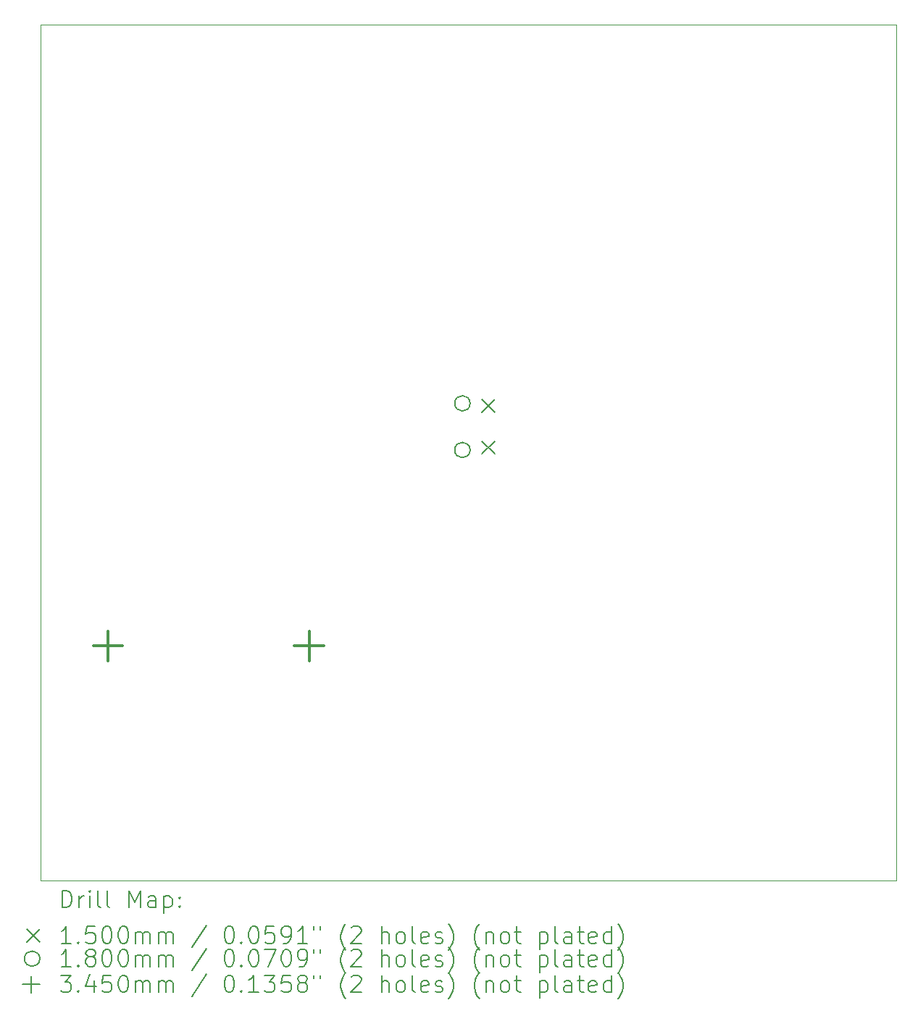
<source format=gbr>
%TF.GenerationSoftware,KiCad,Pcbnew,7.0.7*%
%TF.CreationDate,2023-09-14T12:10:46+02:00*%
%TF.ProjectId,pulsoximeter,70756c73-6f78-4696-9d65-7465722e6b69,rev?*%
%TF.SameCoordinates,Original*%
%TF.FileFunction,Drillmap*%
%TF.FilePolarity,Positive*%
%FSLAX45Y45*%
G04 Gerber Fmt 4.5, Leading zero omitted, Abs format (unit mm)*
G04 Created by KiCad (PCBNEW 7.0.7) date 2023-09-14 12:10:46*
%MOMM*%
%LPD*%
G01*
G04 APERTURE LIST*
%ADD10C,0.100000*%
%ADD11C,0.200000*%
%ADD12C,0.150000*%
%ADD13C,0.180000*%
%ADD14C,0.345000*%
G04 APERTURE END LIST*
D10*
X4224000Y-5080000D02*
X4224000Y-15080000D01*
X14224000Y-15080000D02*
X14224000Y-5080000D01*
X14224000Y-15080000D02*
X4224000Y-15080000D01*
X4224000Y-5080000D02*
X14224000Y-5080000D01*
D11*
D12*
X9385000Y-9461500D02*
X9535000Y-9611500D01*
X9535000Y-9461500D02*
X9385000Y-9611500D01*
X9385000Y-9946500D02*
X9535000Y-10096500D01*
X9535000Y-9946500D02*
X9385000Y-10096500D01*
D13*
X9247000Y-9506500D02*
G75*
G03*
X9247000Y-9506500I-90000J0D01*
G01*
X9247000Y-10051500D02*
G75*
G03*
X9247000Y-10051500I-90000J0D01*
G01*
D14*
X5016000Y-12169000D02*
X5016000Y-12514000D01*
X4843500Y-12341500D02*
X5188500Y-12341500D01*
X7366000Y-12169000D02*
X7366000Y-12514000D01*
X7193500Y-12341500D02*
X7538500Y-12341500D01*
D11*
X4479777Y-15396484D02*
X4479777Y-15196484D01*
X4479777Y-15196484D02*
X4527396Y-15196484D01*
X4527396Y-15196484D02*
X4555967Y-15206008D01*
X4555967Y-15206008D02*
X4575015Y-15225055D01*
X4575015Y-15225055D02*
X4584539Y-15244103D01*
X4584539Y-15244103D02*
X4594063Y-15282198D01*
X4594063Y-15282198D02*
X4594063Y-15310769D01*
X4594063Y-15310769D02*
X4584539Y-15348865D01*
X4584539Y-15348865D02*
X4575015Y-15367912D01*
X4575015Y-15367912D02*
X4555967Y-15386960D01*
X4555967Y-15386960D02*
X4527396Y-15396484D01*
X4527396Y-15396484D02*
X4479777Y-15396484D01*
X4679777Y-15396484D02*
X4679777Y-15263150D01*
X4679777Y-15301246D02*
X4689301Y-15282198D01*
X4689301Y-15282198D02*
X4698824Y-15272674D01*
X4698824Y-15272674D02*
X4717872Y-15263150D01*
X4717872Y-15263150D02*
X4736920Y-15263150D01*
X4803586Y-15396484D02*
X4803586Y-15263150D01*
X4803586Y-15196484D02*
X4794063Y-15206008D01*
X4794063Y-15206008D02*
X4803586Y-15215531D01*
X4803586Y-15215531D02*
X4813110Y-15206008D01*
X4813110Y-15206008D02*
X4803586Y-15196484D01*
X4803586Y-15196484D02*
X4803586Y-15215531D01*
X4927396Y-15396484D02*
X4908348Y-15386960D01*
X4908348Y-15386960D02*
X4898824Y-15367912D01*
X4898824Y-15367912D02*
X4898824Y-15196484D01*
X5032158Y-15396484D02*
X5013110Y-15386960D01*
X5013110Y-15386960D02*
X5003586Y-15367912D01*
X5003586Y-15367912D02*
X5003586Y-15196484D01*
X5260729Y-15396484D02*
X5260729Y-15196484D01*
X5260729Y-15196484D02*
X5327396Y-15339341D01*
X5327396Y-15339341D02*
X5394063Y-15196484D01*
X5394063Y-15196484D02*
X5394063Y-15396484D01*
X5575015Y-15396484D02*
X5575015Y-15291722D01*
X5575015Y-15291722D02*
X5565491Y-15272674D01*
X5565491Y-15272674D02*
X5546444Y-15263150D01*
X5546444Y-15263150D02*
X5508348Y-15263150D01*
X5508348Y-15263150D02*
X5489301Y-15272674D01*
X5575015Y-15386960D02*
X5555967Y-15396484D01*
X5555967Y-15396484D02*
X5508348Y-15396484D01*
X5508348Y-15396484D02*
X5489301Y-15386960D01*
X5489301Y-15386960D02*
X5479777Y-15367912D01*
X5479777Y-15367912D02*
X5479777Y-15348865D01*
X5479777Y-15348865D02*
X5489301Y-15329817D01*
X5489301Y-15329817D02*
X5508348Y-15320293D01*
X5508348Y-15320293D02*
X5555967Y-15320293D01*
X5555967Y-15320293D02*
X5575015Y-15310769D01*
X5670253Y-15263150D02*
X5670253Y-15463150D01*
X5670253Y-15272674D02*
X5689301Y-15263150D01*
X5689301Y-15263150D02*
X5727396Y-15263150D01*
X5727396Y-15263150D02*
X5746443Y-15272674D01*
X5746443Y-15272674D02*
X5755967Y-15282198D01*
X5755967Y-15282198D02*
X5765491Y-15301246D01*
X5765491Y-15301246D02*
X5765491Y-15358388D01*
X5765491Y-15358388D02*
X5755967Y-15377436D01*
X5755967Y-15377436D02*
X5746443Y-15386960D01*
X5746443Y-15386960D02*
X5727396Y-15396484D01*
X5727396Y-15396484D02*
X5689301Y-15396484D01*
X5689301Y-15396484D02*
X5670253Y-15386960D01*
X5851205Y-15377436D02*
X5860729Y-15386960D01*
X5860729Y-15386960D02*
X5851205Y-15396484D01*
X5851205Y-15396484D02*
X5841682Y-15386960D01*
X5841682Y-15386960D02*
X5851205Y-15377436D01*
X5851205Y-15377436D02*
X5851205Y-15396484D01*
X5851205Y-15272674D02*
X5860729Y-15282198D01*
X5860729Y-15282198D02*
X5851205Y-15291722D01*
X5851205Y-15291722D02*
X5841682Y-15282198D01*
X5841682Y-15282198D02*
X5851205Y-15272674D01*
X5851205Y-15272674D02*
X5851205Y-15291722D01*
D12*
X4069000Y-15650000D02*
X4219000Y-15800000D01*
X4219000Y-15650000D02*
X4069000Y-15800000D01*
D11*
X4584539Y-15816484D02*
X4470253Y-15816484D01*
X4527396Y-15816484D02*
X4527396Y-15616484D01*
X4527396Y-15616484D02*
X4508348Y-15645055D01*
X4508348Y-15645055D02*
X4489301Y-15664103D01*
X4489301Y-15664103D02*
X4470253Y-15673627D01*
X4670253Y-15797436D02*
X4679777Y-15806960D01*
X4679777Y-15806960D02*
X4670253Y-15816484D01*
X4670253Y-15816484D02*
X4660729Y-15806960D01*
X4660729Y-15806960D02*
X4670253Y-15797436D01*
X4670253Y-15797436D02*
X4670253Y-15816484D01*
X4860729Y-15616484D02*
X4765491Y-15616484D01*
X4765491Y-15616484D02*
X4755967Y-15711722D01*
X4755967Y-15711722D02*
X4765491Y-15702198D01*
X4765491Y-15702198D02*
X4784539Y-15692674D01*
X4784539Y-15692674D02*
X4832158Y-15692674D01*
X4832158Y-15692674D02*
X4851205Y-15702198D01*
X4851205Y-15702198D02*
X4860729Y-15711722D01*
X4860729Y-15711722D02*
X4870253Y-15730769D01*
X4870253Y-15730769D02*
X4870253Y-15778388D01*
X4870253Y-15778388D02*
X4860729Y-15797436D01*
X4860729Y-15797436D02*
X4851205Y-15806960D01*
X4851205Y-15806960D02*
X4832158Y-15816484D01*
X4832158Y-15816484D02*
X4784539Y-15816484D01*
X4784539Y-15816484D02*
X4765491Y-15806960D01*
X4765491Y-15806960D02*
X4755967Y-15797436D01*
X4994063Y-15616484D02*
X5013110Y-15616484D01*
X5013110Y-15616484D02*
X5032158Y-15626008D01*
X5032158Y-15626008D02*
X5041682Y-15635531D01*
X5041682Y-15635531D02*
X5051205Y-15654579D01*
X5051205Y-15654579D02*
X5060729Y-15692674D01*
X5060729Y-15692674D02*
X5060729Y-15740293D01*
X5060729Y-15740293D02*
X5051205Y-15778388D01*
X5051205Y-15778388D02*
X5041682Y-15797436D01*
X5041682Y-15797436D02*
X5032158Y-15806960D01*
X5032158Y-15806960D02*
X5013110Y-15816484D01*
X5013110Y-15816484D02*
X4994063Y-15816484D01*
X4994063Y-15816484D02*
X4975015Y-15806960D01*
X4975015Y-15806960D02*
X4965491Y-15797436D01*
X4965491Y-15797436D02*
X4955967Y-15778388D01*
X4955967Y-15778388D02*
X4946444Y-15740293D01*
X4946444Y-15740293D02*
X4946444Y-15692674D01*
X4946444Y-15692674D02*
X4955967Y-15654579D01*
X4955967Y-15654579D02*
X4965491Y-15635531D01*
X4965491Y-15635531D02*
X4975015Y-15626008D01*
X4975015Y-15626008D02*
X4994063Y-15616484D01*
X5184539Y-15616484D02*
X5203586Y-15616484D01*
X5203586Y-15616484D02*
X5222634Y-15626008D01*
X5222634Y-15626008D02*
X5232158Y-15635531D01*
X5232158Y-15635531D02*
X5241682Y-15654579D01*
X5241682Y-15654579D02*
X5251205Y-15692674D01*
X5251205Y-15692674D02*
X5251205Y-15740293D01*
X5251205Y-15740293D02*
X5241682Y-15778388D01*
X5241682Y-15778388D02*
X5232158Y-15797436D01*
X5232158Y-15797436D02*
X5222634Y-15806960D01*
X5222634Y-15806960D02*
X5203586Y-15816484D01*
X5203586Y-15816484D02*
X5184539Y-15816484D01*
X5184539Y-15816484D02*
X5165491Y-15806960D01*
X5165491Y-15806960D02*
X5155967Y-15797436D01*
X5155967Y-15797436D02*
X5146444Y-15778388D01*
X5146444Y-15778388D02*
X5136920Y-15740293D01*
X5136920Y-15740293D02*
X5136920Y-15692674D01*
X5136920Y-15692674D02*
X5146444Y-15654579D01*
X5146444Y-15654579D02*
X5155967Y-15635531D01*
X5155967Y-15635531D02*
X5165491Y-15626008D01*
X5165491Y-15626008D02*
X5184539Y-15616484D01*
X5336920Y-15816484D02*
X5336920Y-15683150D01*
X5336920Y-15702198D02*
X5346444Y-15692674D01*
X5346444Y-15692674D02*
X5365491Y-15683150D01*
X5365491Y-15683150D02*
X5394063Y-15683150D01*
X5394063Y-15683150D02*
X5413110Y-15692674D01*
X5413110Y-15692674D02*
X5422634Y-15711722D01*
X5422634Y-15711722D02*
X5422634Y-15816484D01*
X5422634Y-15711722D02*
X5432158Y-15692674D01*
X5432158Y-15692674D02*
X5451205Y-15683150D01*
X5451205Y-15683150D02*
X5479777Y-15683150D01*
X5479777Y-15683150D02*
X5498825Y-15692674D01*
X5498825Y-15692674D02*
X5508348Y-15711722D01*
X5508348Y-15711722D02*
X5508348Y-15816484D01*
X5603586Y-15816484D02*
X5603586Y-15683150D01*
X5603586Y-15702198D02*
X5613110Y-15692674D01*
X5613110Y-15692674D02*
X5632158Y-15683150D01*
X5632158Y-15683150D02*
X5660729Y-15683150D01*
X5660729Y-15683150D02*
X5679777Y-15692674D01*
X5679777Y-15692674D02*
X5689301Y-15711722D01*
X5689301Y-15711722D02*
X5689301Y-15816484D01*
X5689301Y-15711722D02*
X5698824Y-15692674D01*
X5698824Y-15692674D02*
X5717872Y-15683150D01*
X5717872Y-15683150D02*
X5746443Y-15683150D01*
X5746443Y-15683150D02*
X5765491Y-15692674D01*
X5765491Y-15692674D02*
X5775015Y-15711722D01*
X5775015Y-15711722D02*
X5775015Y-15816484D01*
X6165491Y-15606960D02*
X5994063Y-15864103D01*
X6422634Y-15616484D02*
X6441682Y-15616484D01*
X6441682Y-15616484D02*
X6460729Y-15626008D01*
X6460729Y-15626008D02*
X6470253Y-15635531D01*
X6470253Y-15635531D02*
X6479777Y-15654579D01*
X6479777Y-15654579D02*
X6489301Y-15692674D01*
X6489301Y-15692674D02*
X6489301Y-15740293D01*
X6489301Y-15740293D02*
X6479777Y-15778388D01*
X6479777Y-15778388D02*
X6470253Y-15797436D01*
X6470253Y-15797436D02*
X6460729Y-15806960D01*
X6460729Y-15806960D02*
X6441682Y-15816484D01*
X6441682Y-15816484D02*
X6422634Y-15816484D01*
X6422634Y-15816484D02*
X6403586Y-15806960D01*
X6403586Y-15806960D02*
X6394063Y-15797436D01*
X6394063Y-15797436D02*
X6384539Y-15778388D01*
X6384539Y-15778388D02*
X6375015Y-15740293D01*
X6375015Y-15740293D02*
X6375015Y-15692674D01*
X6375015Y-15692674D02*
X6384539Y-15654579D01*
X6384539Y-15654579D02*
X6394063Y-15635531D01*
X6394063Y-15635531D02*
X6403586Y-15626008D01*
X6403586Y-15626008D02*
X6422634Y-15616484D01*
X6575015Y-15797436D02*
X6584539Y-15806960D01*
X6584539Y-15806960D02*
X6575015Y-15816484D01*
X6575015Y-15816484D02*
X6565491Y-15806960D01*
X6565491Y-15806960D02*
X6575015Y-15797436D01*
X6575015Y-15797436D02*
X6575015Y-15816484D01*
X6708348Y-15616484D02*
X6727396Y-15616484D01*
X6727396Y-15616484D02*
X6746444Y-15626008D01*
X6746444Y-15626008D02*
X6755967Y-15635531D01*
X6755967Y-15635531D02*
X6765491Y-15654579D01*
X6765491Y-15654579D02*
X6775015Y-15692674D01*
X6775015Y-15692674D02*
X6775015Y-15740293D01*
X6775015Y-15740293D02*
X6765491Y-15778388D01*
X6765491Y-15778388D02*
X6755967Y-15797436D01*
X6755967Y-15797436D02*
X6746444Y-15806960D01*
X6746444Y-15806960D02*
X6727396Y-15816484D01*
X6727396Y-15816484D02*
X6708348Y-15816484D01*
X6708348Y-15816484D02*
X6689301Y-15806960D01*
X6689301Y-15806960D02*
X6679777Y-15797436D01*
X6679777Y-15797436D02*
X6670253Y-15778388D01*
X6670253Y-15778388D02*
X6660729Y-15740293D01*
X6660729Y-15740293D02*
X6660729Y-15692674D01*
X6660729Y-15692674D02*
X6670253Y-15654579D01*
X6670253Y-15654579D02*
X6679777Y-15635531D01*
X6679777Y-15635531D02*
X6689301Y-15626008D01*
X6689301Y-15626008D02*
X6708348Y-15616484D01*
X6955967Y-15616484D02*
X6860729Y-15616484D01*
X6860729Y-15616484D02*
X6851206Y-15711722D01*
X6851206Y-15711722D02*
X6860729Y-15702198D01*
X6860729Y-15702198D02*
X6879777Y-15692674D01*
X6879777Y-15692674D02*
X6927396Y-15692674D01*
X6927396Y-15692674D02*
X6946444Y-15702198D01*
X6946444Y-15702198D02*
X6955967Y-15711722D01*
X6955967Y-15711722D02*
X6965491Y-15730769D01*
X6965491Y-15730769D02*
X6965491Y-15778388D01*
X6965491Y-15778388D02*
X6955967Y-15797436D01*
X6955967Y-15797436D02*
X6946444Y-15806960D01*
X6946444Y-15806960D02*
X6927396Y-15816484D01*
X6927396Y-15816484D02*
X6879777Y-15816484D01*
X6879777Y-15816484D02*
X6860729Y-15806960D01*
X6860729Y-15806960D02*
X6851206Y-15797436D01*
X7060729Y-15816484D02*
X7098825Y-15816484D01*
X7098825Y-15816484D02*
X7117872Y-15806960D01*
X7117872Y-15806960D02*
X7127396Y-15797436D01*
X7127396Y-15797436D02*
X7146444Y-15768865D01*
X7146444Y-15768865D02*
X7155967Y-15730769D01*
X7155967Y-15730769D02*
X7155967Y-15654579D01*
X7155967Y-15654579D02*
X7146444Y-15635531D01*
X7146444Y-15635531D02*
X7136920Y-15626008D01*
X7136920Y-15626008D02*
X7117872Y-15616484D01*
X7117872Y-15616484D02*
X7079777Y-15616484D01*
X7079777Y-15616484D02*
X7060729Y-15626008D01*
X7060729Y-15626008D02*
X7051206Y-15635531D01*
X7051206Y-15635531D02*
X7041682Y-15654579D01*
X7041682Y-15654579D02*
X7041682Y-15702198D01*
X7041682Y-15702198D02*
X7051206Y-15721246D01*
X7051206Y-15721246D02*
X7060729Y-15730769D01*
X7060729Y-15730769D02*
X7079777Y-15740293D01*
X7079777Y-15740293D02*
X7117872Y-15740293D01*
X7117872Y-15740293D02*
X7136920Y-15730769D01*
X7136920Y-15730769D02*
X7146444Y-15721246D01*
X7146444Y-15721246D02*
X7155967Y-15702198D01*
X7346444Y-15816484D02*
X7232158Y-15816484D01*
X7289301Y-15816484D02*
X7289301Y-15616484D01*
X7289301Y-15616484D02*
X7270253Y-15645055D01*
X7270253Y-15645055D02*
X7251206Y-15664103D01*
X7251206Y-15664103D02*
X7232158Y-15673627D01*
X7422634Y-15616484D02*
X7422634Y-15654579D01*
X7498825Y-15616484D02*
X7498825Y-15654579D01*
X7794063Y-15892674D02*
X7784539Y-15883150D01*
X7784539Y-15883150D02*
X7765491Y-15854579D01*
X7765491Y-15854579D02*
X7755968Y-15835531D01*
X7755968Y-15835531D02*
X7746444Y-15806960D01*
X7746444Y-15806960D02*
X7736920Y-15759341D01*
X7736920Y-15759341D02*
X7736920Y-15721246D01*
X7736920Y-15721246D02*
X7746444Y-15673627D01*
X7746444Y-15673627D02*
X7755968Y-15645055D01*
X7755968Y-15645055D02*
X7765491Y-15626008D01*
X7765491Y-15626008D02*
X7784539Y-15597436D01*
X7784539Y-15597436D02*
X7794063Y-15587912D01*
X7860729Y-15635531D02*
X7870253Y-15626008D01*
X7870253Y-15626008D02*
X7889301Y-15616484D01*
X7889301Y-15616484D02*
X7936920Y-15616484D01*
X7936920Y-15616484D02*
X7955968Y-15626008D01*
X7955968Y-15626008D02*
X7965491Y-15635531D01*
X7965491Y-15635531D02*
X7975015Y-15654579D01*
X7975015Y-15654579D02*
X7975015Y-15673627D01*
X7975015Y-15673627D02*
X7965491Y-15702198D01*
X7965491Y-15702198D02*
X7851206Y-15816484D01*
X7851206Y-15816484D02*
X7975015Y-15816484D01*
X8213110Y-15816484D02*
X8213110Y-15616484D01*
X8298825Y-15816484D02*
X8298825Y-15711722D01*
X8298825Y-15711722D02*
X8289301Y-15692674D01*
X8289301Y-15692674D02*
X8270253Y-15683150D01*
X8270253Y-15683150D02*
X8241682Y-15683150D01*
X8241682Y-15683150D02*
X8222634Y-15692674D01*
X8222634Y-15692674D02*
X8213110Y-15702198D01*
X8422634Y-15816484D02*
X8403587Y-15806960D01*
X8403587Y-15806960D02*
X8394063Y-15797436D01*
X8394063Y-15797436D02*
X8384539Y-15778388D01*
X8384539Y-15778388D02*
X8384539Y-15721246D01*
X8384539Y-15721246D02*
X8394063Y-15702198D01*
X8394063Y-15702198D02*
X8403587Y-15692674D01*
X8403587Y-15692674D02*
X8422634Y-15683150D01*
X8422634Y-15683150D02*
X8451206Y-15683150D01*
X8451206Y-15683150D02*
X8470253Y-15692674D01*
X8470253Y-15692674D02*
X8479777Y-15702198D01*
X8479777Y-15702198D02*
X8489301Y-15721246D01*
X8489301Y-15721246D02*
X8489301Y-15778388D01*
X8489301Y-15778388D02*
X8479777Y-15797436D01*
X8479777Y-15797436D02*
X8470253Y-15806960D01*
X8470253Y-15806960D02*
X8451206Y-15816484D01*
X8451206Y-15816484D02*
X8422634Y-15816484D01*
X8603587Y-15816484D02*
X8584539Y-15806960D01*
X8584539Y-15806960D02*
X8575015Y-15787912D01*
X8575015Y-15787912D02*
X8575015Y-15616484D01*
X8755968Y-15806960D02*
X8736920Y-15816484D01*
X8736920Y-15816484D02*
X8698825Y-15816484D01*
X8698825Y-15816484D02*
X8679777Y-15806960D01*
X8679777Y-15806960D02*
X8670253Y-15787912D01*
X8670253Y-15787912D02*
X8670253Y-15711722D01*
X8670253Y-15711722D02*
X8679777Y-15692674D01*
X8679777Y-15692674D02*
X8698825Y-15683150D01*
X8698825Y-15683150D02*
X8736920Y-15683150D01*
X8736920Y-15683150D02*
X8755968Y-15692674D01*
X8755968Y-15692674D02*
X8765492Y-15711722D01*
X8765492Y-15711722D02*
X8765492Y-15730769D01*
X8765492Y-15730769D02*
X8670253Y-15749817D01*
X8841682Y-15806960D02*
X8860730Y-15816484D01*
X8860730Y-15816484D02*
X8898825Y-15816484D01*
X8898825Y-15816484D02*
X8917873Y-15806960D01*
X8917873Y-15806960D02*
X8927396Y-15787912D01*
X8927396Y-15787912D02*
X8927396Y-15778388D01*
X8927396Y-15778388D02*
X8917873Y-15759341D01*
X8917873Y-15759341D02*
X8898825Y-15749817D01*
X8898825Y-15749817D02*
X8870253Y-15749817D01*
X8870253Y-15749817D02*
X8851206Y-15740293D01*
X8851206Y-15740293D02*
X8841682Y-15721246D01*
X8841682Y-15721246D02*
X8841682Y-15711722D01*
X8841682Y-15711722D02*
X8851206Y-15692674D01*
X8851206Y-15692674D02*
X8870253Y-15683150D01*
X8870253Y-15683150D02*
X8898825Y-15683150D01*
X8898825Y-15683150D02*
X8917873Y-15692674D01*
X8994063Y-15892674D02*
X9003587Y-15883150D01*
X9003587Y-15883150D02*
X9022634Y-15854579D01*
X9022634Y-15854579D02*
X9032158Y-15835531D01*
X9032158Y-15835531D02*
X9041682Y-15806960D01*
X9041682Y-15806960D02*
X9051206Y-15759341D01*
X9051206Y-15759341D02*
X9051206Y-15721246D01*
X9051206Y-15721246D02*
X9041682Y-15673627D01*
X9041682Y-15673627D02*
X9032158Y-15645055D01*
X9032158Y-15645055D02*
X9022634Y-15626008D01*
X9022634Y-15626008D02*
X9003587Y-15597436D01*
X9003587Y-15597436D02*
X8994063Y-15587912D01*
X9355968Y-15892674D02*
X9346444Y-15883150D01*
X9346444Y-15883150D02*
X9327396Y-15854579D01*
X9327396Y-15854579D02*
X9317873Y-15835531D01*
X9317873Y-15835531D02*
X9308349Y-15806960D01*
X9308349Y-15806960D02*
X9298825Y-15759341D01*
X9298825Y-15759341D02*
X9298825Y-15721246D01*
X9298825Y-15721246D02*
X9308349Y-15673627D01*
X9308349Y-15673627D02*
X9317873Y-15645055D01*
X9317873Y-15645055D02*
X9327396Y-15626008D01*
X9327396Y-15626008D02*
X9346444Y-15597436D01*
X9346444Y-15597436D02*
X9355968Y-15587912D01*
X9432158Y-15683150D02*
X9432158Y-15816484D01*
X9432158Y-15702198D02*
X9441682Y-15692674D01*
X9441682Y-15692674D02*
X9460730Y-15683150D01*
X9460730Y-15683150D02*
X9489301Y-15683150D01*
X9489301Y-15683150D02*
X9508349Y-15692674D01*
X9508349Y-15692674D02*
X9517873Y-15711722D01*
X9517873Y-15711722D02*
X9517873Y-15816484D01*
X9641682Y-15816484D02*
X9622634Y-15806960D01*
X9622634Y-15806960D02*
X9613111Y-15797436D01*
X9613111Y-15797436D02*
X9603587Y-15778388D01*
X9603587Y-15778388D02*
X9603587Y-15721246D01*
X9603587Y-15721246D02*
X9613111Y-15702198D01*
X9613111Y-15702198D02*
X9622634Y-15692674D01*
X9622634Y-15692674D02*
X9641682Y-15683150D01*
X9641682Y-15683150D02*
X9670254Y-15683150D01*
X9670254Y-15683150D02*
X9689301Y-15692674D01*
X9689301Y-15692674D02*
X9698825Y-15702198D01*
X9698825Y-15702198D02*
X9708349Y-15721246D01*
X9708349Y-15721246D02*
X9708349Y-15778388D01*
X9708349Y-15778388D02*
X9698825Y-15797436D01*
X9698825Y-15797436D02*
X9689301Y-15806960D01*
X9689301Y-15806960D02*
X9670254Y-15816484D01*
X9670254Y-15816484D02*
X9641682Y-15816484D01*
X9765492Y-15683150D02*
X9841682Y-15683150D01*
X9794063Y-15616484D02*
X9794063Y-15787912D01*
X9794063Y-15787912D02*
X9803587Y-15806960D01*
X9803587Y-15806960D02*
X9822634Y-15816484D01*
X9822634Y-15816484D02*
X9841682Y-15816484D01*
X10060730Y-15683150D02*
X10060730Y-15883150D01*
X10060730Y-15692674D02*
X10079777Y-15683150D01*
X10079777Y-15683150D02*
X10117873Y-15683150D01*
X10117873Y-15683150D02*
X10136920Y-15692674D01*
X10136920Y-15692674D02*
X10146444Y-15702198D01*
X10146444Y-15702198D02*
X10155968Y-15721246D01*
X10155968Y-15721246D02*
X10155968Y-15778388D01*
X10155968Y-15778388D02*
X10146444Y-15797436D01*
X10146444Y-15797436D02*
X10136920Y-15806960D01*
X10136920Y-15806960D02*
X10117873Y-15816484D01*
X10117873Y-15816484D02*
X10079777Y-15816484D01*
X10079777Y-15816484D02*
X10060730Y-15806960D01*
X10270254Y-15816484D02*
X10251206Y-15806960D01*
X10251206Y-15806960D02*
X10241682Y-15787912D01*
X10241682Y-15787912D02*
X10241682Y-15616484D01*
X10432158Y-15816484D02*
X10432158Y-15711722D01*
X10432158Y-15711722D02*
X10422635Y-15692674D01*
X10422635Y-15692674D02*
X10403587Y-15683150D01*
X10403587Y-15683150D02*
X10365492Y-15683150D01*
X10365492Y-15683150D02*
X10346444Y-15692674D01*
X10432158Y-15806960D02*
X10413111Y-15816484D01*
X10413111Y-15816484D02*
X10365492Y-15816484D01*
X10365492Y-15816484D02*
X10346444Y-15806960D01*
X10346444Y-15806960D02*
X10336920Y-15787912D01*
X10336920Y-15787912D02*
X10336920Y-15768865D01*
X10336920Y-15768865D02*
X10346444Y-15749817D01*
X10346444Y-15749817D02*
X10365492Y-15740293D01*
X10365492Y-15740293D02*
X10413111Y-15740293D01*
X10413111Y-15740293D02*
X10432158Y-15730769D01*
X10498825Y-15683150D02*
X10575015Y-15683150D01*
X10527396Y-15616484D02*
X10527396Y-15787912D01*
X10527396Y-15787912D02*
X10536920Y-15806960D01*
X10536920Y-15806960D02*
X10555968Y-15816484D01*
X10555968Y-15816484D02*
X10575015Y-15816484D01*
X10717873Y-15806960D02*
X10698825Y-15816484D01*
X10698825Y-15816484D02*
X10660730Y-15816484D01*
X10660730Y-15816484D02*
X10641682Y-15806960D01*
X10641682Y-15806960D02*
X10632158Y-15787912D01*
X10632158Y-15787912D02*
X10632158Y-15711722D01*
X10632158Y-15711722D02*
X10641682Y-15692674D01*
X10641682Y-15692674D02*
X10660730Y-15683150D01*
X10660730Y-15683150D02*
X10698825Y-15683150D01*
X10698825Y-15683150D02*
X10717873Y-15692674D01*
X10717873Y-15692674D02*
X10727396Y-15711722D01*
X10727396Y-15711722D02*
X10727396Y-15730769D01*
X10727396Y-15730769D02*
X10632158Y-15749817D01*
X10898825Y-15816484D02*
X10898825Y-15616484D01*
X10898825Y-15806960D02*
X10879777Y-15816484D01*
X10879777Y-15816484D02*
X10841682Y-15816484D01*
X10841682Y-15816484D02*
X10822635Y-15806960D01*
X10822635Y-15806960D02*
X10813111Y-15797436D01*
X10813111Y-15797436D02*
X10803587Y-15778388D01*
X10803587Y-15778388D02*
X10803587Y-15721246D01*
X10803587Y-15721246D02*
X10813111Y-15702198D01*
X10813111Y-15702198D02*
X10822635Y-15692674D01*
X10822635Y-15692674D02*
X10841682Y-15683150D01*
X10841682Y-15683150D02*
X10879777Y-15683150D01*
X10879777Y-15683150D02*
X10898825Y-15692674D01*
X10975016Y-15892674D02*
X10984539Y-15883150D01*
X10984539Y-15883150D02*
X11003587Y-15854579D01*
X11003587Y-15854579D02*
X11013111Y-15835531D01*
X11013111Y-15835531D02*
X11022635Y-15806960D01*
X11022635Y-15806960D02*
X11032158Y-15759341D01*
X11032158Y-15759341D02*
X11032158Y-15721246D01*
X11032158Y-15721246D02*
X11022635Y-15673627D01*
X11022635Y-15673627D02*
X11013111Y-15645055D01*
X11013111Y-15645055D02*
X11003587Y-15626008D01*
X11003587Y-15626008D02*
X10984539Y-15597436D01*
X10984539Y-15597436D02*
X10975016Y-15587912D01*
D13*
X4219000Y-15995000D02*
G75*
G03*
X4219000Y-15995000I-90000J0D01*
G01*
D11*
X4584539Y-16086484D02*
X4470253Y-16086484D01*
X4527396Y-16086484D02*
X4527396Y-15886484D01*
X4527396Y-15886484D02*
X4508348Y-15915055D01*
X4508348Y-15915055D02*
X4489301Y-15934103D01*
X4489301Y-15934103D02*
X4470253Y-15943627D01*
X4670253Y-16067436D02*
X4679777Y-16076960D01*
X4679777Y-16076960D02*
X4670253Y-16086484D01*
X4670253Y-16086484D02*
X4660729Y-16076960D01*
X4660729Y-16076960D02*
X4670253Y-16067436D01*
X4670253Y-16067436D02*
X4670253Y-16086484D01*
X4794063Y-15972198D02*
X4775015Y-15962674D01*
X4775015Y-15962674D02*
X4765491Y-15953150D01*
X4765491Y-15953150D02*
X4755967Y-15934103D01*
X4755967Y-15934103D02*
X4755967Y-15924579D01*
X4755967Y-15924579D02*
X4765491Y-15905531D01*
X4765491Y-15905531D02*
X4775015Y-15896008D01*
X4775015Y-15896008D02*
X4794063Y-15886484D01*
X4794063Y-15886484D02*
X4832158Y-15886484D01*
X4832158Y-15886484D02*
X4851205Y-15896008D01*
X4851205Y-15896008D02*
X4860729Y-15905531D01*
X4860729Y-15905531D02*
X4870253Y-15924579D01*
X4870253Y-15924579D02*
X4870253Y-15934103D01*
X4870253Y-15934103D02*
X4860729Y-15953150D01*
X4860729Y-15953150D02*
X4851205Y-15962674D01*
X4851205Y-15962674D02*
X4832158Y-15972198D01*
X4832158Y-15972198D02*
X4794063Y-15972198D01*
X4794063Y-15972198D02*
X4775015Y-15981722D01*
X4775015Y-15981722D02*
X4765491Y-15991246D01*
X4765491Y-15991246D02*
X4755967Y-16010293D01*
X4755967Y-16010293D02*
X4755967Y-16048388D01*
X4755967Y-16048388D02*
X4765491Y-16067436D01*
X4765491Y-16067436D02*
X4775015Y-16076960D01*
X4775015Y-16076960D02*
X4794063Y-16086484D01*
X4794063Y-16086484D02*
X4832158Y-16086484D01*
X4832158Y-16086484D02*
X4851205Y-16076960D01*
X4851205Y-16076960D02*
X4860729Y-16067436D01*
X4860729Y-16067436D02*
X4870253Y-16048388D01*
X4870253Y-16048388D02*
X4870253Y-16010293D01*
X4870253Y-16010293D02*
X4860729Y-15991246D01*
X4860729Y-15991246D02*
X4851205Y-15981722D01*
X4851205Y-15981722D02*
X4832158Y-15972198D01*
X4994063Y-15886484D02*
X5013110Y-15886484D01*
X5013110Y-15886484D02*
X5032158Y-15896008D01*
X5032158Y-15896008D02*
X5041682Y-15905531D01*
X5041682Y-15905531D02*
X5051205Y-15924579D01*
X5051205Y-15924579D02*
X5060729Y-15962674D01*
X5060729Y-15962674D02*
X5060729Y-16010293D01*
X5060729Y-16010293D02*
X5051205Y-16048388D01*
X5051205Y-16048388D02*
X5041682Y-16067436D01*
X5041682Y-16067436D02*
X5032158Y-16076960D01*
X5032158Y-16076960D02*
X5013110Y-16086484D01*
X5013110Y-16086484D02*
X4994063Y-16086484D01*
X4994063Y-16086484D02*
X4975015Y-16076960D01*
X4975015Y-16076960D02*
X4965491Y-16067436D01*
X4965491Y-16067436D02*
X4955967Y-16048388D01*
X4955967Y-16048388D02*
X4946444Y-16010293D01*
X4946444Y-16010293D02*
X4946444Y-15962674D01*
X4946444Y-15962674D02*
X4955967Y-15924579D01*
X4955967Y-15924579D02*
X4965491Y-15905531D01*
X4965491Y-15905531D02*
X4975015Y-15896008D01*
X4975015Y-15896008D02*
X4994063Y-15886484D01*
X5184539Y-15886484D02*
X5203586Y-15886484D01*
X5203586Y-15886484D02*
X5222634Y-15896008D01*
X5222634Y-15896008D02*
X5232158Y-15905531D01*
X5232158Y-15905531D02*
X5241682Y-15924579D01*
X5241682Y-15924579D02*
X5251205Y-15962674D01*
X5251205Y-15962674D02*
X5251205Y-16010293D01*
X5251205Y-16010293D02*
X5241682Y-16048388D01*
X5241682Y-16048388D02*
X5232158Y-16067436D01*
X5232158Y-16067436D02*
X5222634Y-16076960D01*
X5222634Y-16076960D02*
X5203586Y-16086484D01*
X5203586Y-16086484D02*
X5184539Y-16086484D01*
X5184539Y-16086484D02*
X5165491Y-16076960D01*
X5165491Y-16076960D02*
X5155967Y-16067436D01*
X5155967Y-16067436D02*
X5146444Y-16048388D01*
X5146444Y-16048388D02*
X5136920Y-16010293D01*
X5136920Y-16010293D02*
X5136920Y-15962674D01*
X5136920Y-15962674D02*
X5146444Y-15924579D01*
X5146444Y-15924579D02*
X5155967Y-15905531D01*
X5155967Y-15905531D02*
X5165491Y-15896008D01*
X5165491Y-15896008D02*
X5184539Y-15886484D01*
X5336920Y-16086484D02*
X5336920Y-15953150D01*
X5336920Y-15972198D02*
X5346444Y-15962674D01*
X5346444Y-15962674D02*
X5365491Y-15953150D01*
X5365491Y-15953150D02*
X5394063Y-15953150D01*
X5394063Y-15953150D02*
X5413110Y-15962674D01*
X5413110Y-15962674D02*
X5422634Y-15981722D01*
X5422634Y-15981722D02*
X5422634Y-16086484D01*
X5422634Y-15981722D02*
X5432158Y-15962674D01*
X5432158Y-15962674D02*
X5451205Y-15953150D01*
X5451205Y-15953150D02*
X5479777Y-15953150D01*
X5479777Y-15953150D02*
X5498825Y-15962674D01*
X5498825Y-15962674D02*
X5508348Y-15981722D01*
X5508348Y-15981722D02*
X5508348Y-16086484D01*
X5603586Y-16086484D02*
X5603586Y-15953150D01*
X5603586Y-15972198D02*
X5613110Y-15962674D01*
X5613110Y-15962674D02*
X5632158Y-15953150D01*
X5632158Y-15953150D02*
X5660729Y-15953150D01*
X5660729Y-15953150D02*
X5679777Y-15962674D01*
X5679777Y-15962674D02*
X5689301Y-15981722D01*
X5689301Y-15981722D02*
X5689301Y-16086484D01*
X5689301Y-15981722D02*
X5698824Y-15962674D01*
X5698824Y-15962674D02*
X5717872Y-15953150D01*
X5717872Y-15953150D02*
X5746443Y-15953150D01*
X5746443Y-15953150D02*
X5765491Y-15962674D01*
X5765491Y-15962674D02*
X5775015Y-15981722D01*
X5775015Y-15981722D02*
X5775015Y-16086484D01*
X6165491Y-15876960D02*
X5994063Y-16134103D01*
X6422634Y-15886484D02*
X6441682Y-15886484D01*
X6441682Y-15886484D02*
X6460729Y-15896008D01*
X6460729Y-15896008D02*
X6470253Y-15905531D01*
X6470253Y-15905531D02*
X6479777Y-15924579D01*
X6479777Y-15924579D02*
X6489301Y-15962674D01*
X6489301Y-15962674D02*
X6489301Y-16010293D01*
X6489301Y-16010293D02*
X6479777Y-16048388D01*
X6479777Y-16048388D02*
X6470253Y-16067436D01*
X6470253Y-16067436D02*
X6460729Y-16076960D01*
X6460729Y-16076960D02*
X6441682Y-16086484D01*
X6441682Y-16086484D02*
X6422634Y-16086484D01*
X6422634Y-16086484D02*
X6403586Y-16076960D01*
X6403586Y-16076960D02*
X6394063Y-16067436D01*
X6394063Y-16067436D02*
X6384539Y-16048388D01*
X6384539Y-16048388D02*
X6375015Y-16010293D01*
X6375015Y-16010293D02*
X6375015Y-15962674D01*
X6375015Y-15962674D02*
X6384539Y-15924579D01*
X6384539Y-15924579D02*
X6394063Y-15905531D01*
X6394063Y-15905531D02*
X6403586Y-15896008D01*
X6403586Y-15896008D02*
X6422634Y-15886484D01*
X6575015Y-16067436D02*
X6584539Y-16076960D01*
X6584539Y-16076960D02*
X6575015Y-16086484D01*
X6575015Y-16086484D02*
X6565491Y-16076960D01*
X6565491Y-16076960D02*
X6575015Y-16067436D01*
X6575015Y-16067436D02*
X6575015Y-16086484D01*
X6708348Y-15886484D02*
X6727396Y-15886484D01*
X6727396Y-15886484D02*
X6746444Y-15896008D01*
X6746444Y-15896008D02*
X6755967Y-15905531D01*
X6755967Y-15905531D02*
X6765491Y-15924579D01*
X6765491Y-15924579D02*
X6775015Y-15962674D01*
X6775015Y-15962674D02*
X6775015Y-16010293D01*
X6775015Y-16010293D02*
X6765491Y-16048388D01*
X6765491Y-16048388D02*
X6755967Y-16067436D01*
X6755967Y-16067436D02*
X6746444Y-16076960D01*
X6746444Y-16076960D02*
X6727396Y-16086484D01*
X6727396Y-16086484D02*
X6708348Y-16086484D01*
X6708348Y-16086484D02*
X6689301Y-16076960D01*
X6689301Y-16076960D02*
X6679777Y-16067436D01*
X6679777Y-16067436D02*
X6670253Y-16048388D01*
X6670253Y-16048388D02*
X6660729Y-16010293D01*
X6660729Y-16010293D02*
X6660729Y-15962674D01*
X6660729Y-15962674D02*
X6670253Y-15924579D01*
X6670253Y-15924579D02*
X6679777Y-15905531D01*
X6679777Y-15905531D02*
X6689301Y-15896008D01*
X6689301Y-15896008D02*
X6708348Y-15886484D01*
X6841682Y-15886484D02*
X6975015Y-15886484D01*
X6975015Y-15886484D02*
X6889301Y-16086484D01*
X7089301Y-15886484D02*
X7108348Y-15886484D01*
X7108348Y-15886484D02*
X7127396Y-15896008D01*
X7127396Y-15896008D02*
X7136920Y-15905531D01*
X7136920Y-15905531D02*
X7146444Y-15924579D01*
X7146444Y-15924579D02*
X7155967Y-15962674D01*
X7155967Y-15962674D02*
X7155967Y-16010293D01*
X7155967Y-16010293D02*
X7146444Y-16048388D01*
X7146444Y-16048388D02*
X7136920Y-16067436D01*
X7136920Y-16067436D02*
X7127396Y-16076960D01*
X7127396Y-16076960D02*
X7108348Y-16086484D01*
X7108348Y-16086484D02*
X7089301Y-16086484D01*
X7089301Y-16086484D02*
X7070253Y-16076960D01*
X7070253Y-16076960D02*
X7060729Y-16067436D01*
X7060729Y-16067436D02*
X7051206Y-16048388D01*
X7051206Y-16048388D02*
X7041682Y-16010293D01*
X7041682Y-16010293D02*
X7041682Y-15962674D01*
X7041682Y-15962674D02*
X7051206Y-15924579D01*
X7051206Y-15924579D02*
X7060729Y-15905531D01*
X7060729Y-15905531D02*
X7070253Y-15896008D01*
X7070253Y-15896008D02*
X7089301Y-15886484D01*
X7251206Y-16086484D02*
X7289301Y-16086484D01*
X7289301Y-16086484D02*
X7308348Y-16076960D01*
X7308348Y-16076960D02*
X7317872Y-16067436D01*
X7317872Y-16067436D02*
X7336920Y-16038865D01*
X7336920Y-16038865D02*
X7346444Y-16000769D01*
X7346444Y-16000769D02*
X7346444Y-15924579D01*
X7346444Y-15924579D02*
X7336920Y-15905531D01*
X7336920Y-15905531D02*
X7327396Y-15896008D01*
X7327396Y-15896008D02*
X7308348Y-15886484D01*
X7308348Y-15886484D02*
X7270253Y-15886484D01*
X7270253Y-15886484D02*
X7251206Y-15896008D01*
X7251206Y-15896008D02*
X7241682Y-15905531D01*
X7241682Y-15905531D02*
X7232158Y-15924579D01*
X7232158Y-15924579D02*
X7232158Y-15972198D01*
X7232158Y-15972198D02*
X7241682Y-15991246D01*
X7241682Y-15991246D02*
X7251206Y-16000769D01*
X7251206Y-16000769D02*
X7270253Y-16010293D01*
X7270253Y-16010293D02*
X7308348Y-16010293D01*
X7308348Y-16010293D02*
X7327396Y-16000769D01*
X7327396Y-16000769D02*
X7336920Y-15991246D01*
X7336920Y-15991246D02*
X7346444Y-15972198D01*
X7422634Y-15886484D02*
X7422634Y-15924579D01*
X7498825Y-15886484D02*
X7498825Y-15924579D01*
X7794063Y-16162674D02*
X7784539Y-16153150D01*
X7784539Y-16153150D02*
X7765491Y-16124579D01*
X7765491Y-16124579D02*
X7755968Y-16105531D01*
X7755968Y-16105531D02*
X7746444Y-16076960D01*
X7746444Y-16076960D02*
X7736920Y-16029341D01*
X7736920Y-16029341D02*
X7736920Y-15991246D01*
X7736920Y-15991246D02*
X7746444Y-15943627D01*
X7746444Y-15943627D02*
X7755968Y-15915055D01*
X7755968Y-15915055D02*
X7765491Y-15896008D01*
X7765491Y-15896008D02*
X7784539Y-15867436D01*
X7784539Y-15867436D02*
X7794063Y-15857912D01*
X7860729Y-15905531D02*
X7870253Y-15896008D01*
X7870253Y-15896008D02*
X7889301Y-15886484D01*
X7889301Y-15886484D02*
X7936920Y-15886484D01*
X7936920Y-15886484D02*
X7955968Y-15896008D01*
X7955968Y-15896008D02*
X7965491Y-15905531D01*
X7965491Y-15905531D02*
X7975015Y-15924579D01*
X7975015Y-15924579D02*
X7975015Y-15943627D01*
X7975015Y-15943627D02*
X7965491Y-15972198D01*
X7965491Y-15972198D02*
X7851206Y-16086484D01*
X7851206Y-16086484D02*
X7975015Y-16086484D01*
X8213110Y-16086484D02*
X8213110Y-15886484D01*
X8298825Y-16086484D02*
X8298825Y-15981722D01*
X8298825Y-15981722D02*
X8289301Y-15962674D01*
X8289301Y-15962674D02*
X8270253Y-15953150D01*
X8270253Y-15953150D02*
X8241682Y-15953150D01*
X8241682Y-15953150D02*
X8222634Y-15962674D01*
X8222634Y-15962674D02*
X8213110Y-15972198D01*
X8422634Y-16086484D02*
X8403587Y-16076960D01*
X8403587Y-16076960D02*
X8394063Y-16067436D01*
X8394063Y-16067436D02*
X8384539Y-16048388D01*
X8384539Y-16048388D02*
X8384539Y-15991246D01*
X8384539Y-15991246D02*
X8394063Y-15972198D01*
X8394063Y-15972198D02*
X8403587Y-15962674D01*
X8403587Y-15962674D02*
X8422634Y-15953150D01*
X8422634Y-15953150D02*
X8451206Y-15953150D01*
X8451206Y-15953150D02*
X8470253Y-15962674D01*
X8470253Y-15962674D02*
X8479777Y-15972198D01*
X8479777Y-15972198D02*
X8489301Y-15991246D01*
X8489301Y-15991246D02*
X8489301Y-16048388D01*
X8489301Y-16048388D02*
X8479777Y-16067436D01*
X8479777Y-16067436D02*
X8470253Y-16076960D01*
X8470253Y-16076960D02*
X8451206Y-16086484D01*
X8451206Y-16086484D02*
X8422634Y-16086484D01*
X8603587Y-16086484D02*
X8584539Y-16076960D01*
X8584539Y-16076960D02*
X8575015Y-16057912D01*
X8575015Y-16057912D02*
X8575015Y-15886484D01*
X8755968Y-16076960D02*
X8736920Y-16086484D01*
X8736920Y-16086484D02*
X8698825Y-16086484D01*
X8698825Y-16086484D02*
X8679777Y-16076960D01*
X8679777Y-16076960D02*
X8670253Y-16057912D01*
X8670253Y-16057912D02*
X8670253Y-15981722D01*
X8670253Y-15981722D02*
X8679777Y-15962674D01*
X8679777Y-15962674D02*
X8698825Y-15953150D01*
X8698825Y-15953150D02*
X8736920Y-15953150D01*
X8736920Y-15953150D02*
X8755968Y-15962674D01*
X8755968Y-15962674D02*
X8765492Y-15981722D01*
X8765492Y-15981722D02*
X8765492Y-16000769D01*
X8765492Y-16000769D02*
X8670253Y-16019817D01*
X8841682Y-16076960D02*
X8860730Y-16086484D01*
X8860730Y-16086484D02*
X8898825Y-16086484D01*
X8898825Y-16086484D02*
X8917873Y-16076960D01*
X8917873Y-16076960D02*
X8927396Y-16057912D01*
X8927396Y-16057912D02*
X8927396Y-16048388D01*
X8927396Y-16048388D02*
X8917873Y-16029341D01*
X8917873Y-16029341D02*
X8898825Y-16019817D01*
X8898825Y-16019817D02*
X8870253Y-16019817D01*
X8870253Y-16019817D02*
X8851206Y-16010293D01*
X8851206Y-16010293D02*
X8841682Y-15991246D01*
X8841682Y-15991246D02*
X8841682Y-15981722D01*
X8841682Y-15981722D02*
X8851206Y-15962674D01*
X8851206Y-15962674D02*
X8870253Y-15953150D01*
X8870253Y-15953150D02*
X8898825Y-15953150D01*
X8898825Y-15953150D02*
X8917873Y-15962674D01*
X8994063Y-16162674D02*
X9003587Y-16153150D01*
X9003587Y-16153150D02*
X9022634Y-16124579D01*
X9022634Y-16124579D02*
X9032158Y-16105531D01*
X9032158Y-16105531D02*
X9041682Y-16076960D01*
X9041682Y-16076960D02*
X9051206Y-16029341D01*
X9051206Y-16029341D02*
X9051206Y-15991246D01*
X9051206Y-15991246D02*
X9041682Y-15943627D01*
X9041682Y-15943627D02*
X9032158Y-15915055D01*
X9032158Y-15915055D02*
X9022634Y-15896008D01*
X9022634Y-15896008D02*
X9003587Y-15867436D01*
X9003587Y-15867436D02*
X8994063Y-15857912D01*
X9355968Y-16162674D02*
X9346444Y-16153150D01*
X9346444Y-16153150D02*
X9327396Y-16124579D01*
X9327396Y-16124579D02*
X9317873Y-16105531D01*
X9317873Y-16105531D02*
X9308349Y-16076960D01*
X9308349Y-16076960D02*
X9298825Y-16029341D01*
X9298825Y-16029341D02*
X9298825Y-15991246D01*
X9298825Y-15991246D02*
X9308349Y-15943627D01*
X9308349Y-15943627D02*
X9317873Y-15915055D01*
X9317873Y-15915055D02*
X9327396Y-15896008D01*
X9327396Y-15896008D02*
X9346444Y-15867436D01*
X9346444Y-15867436D02*
X9355968Y-15857912D01*
X9432158Y-15953150D02*
X9432158Y-16086484D01*
X9432158Y-15972198D02*
X9441682Y-15962674D01*
X9441682Y-15962674D02*
X9460730Y-15953150D01*
X9460730Y-15953150D02*
X9489301Y-15953150D01*
X9489301Y-15953150D02*
X9508349Y-15962674D01*
X9508349Y-15962674D02*
X9517873Y-15981722D01*
X9517873Y-15981722D02*
X9517873Y-16086484D01*
X9641682Y-16086484D02*
X9622634Y-16076960D01*
X9622634Y-16076960D02*
X9613111Y-16067436D01*
X9613111Y-16067436D02*
X9603587Y-16048388D01*
X9603587Y-16048388D02*
X9603587Y-15991246D01*
X9603587Y-15991246D02*
X9613111Y-15972198D01*
X9613111Y-15972198D02*
X9622634Y-15962674D01*
X9622634Y-15962674D02*
X9641682Y-15953150D01*
X9641682Y-15953150D02*
X9670254Y-15953150D01*
X9670254Y-15953150D02*
X9689301Y-15962674D01*
X9689301Y-15962674D02*
X9698825Y-15972198D01*
X9698825Y-15972198D02*
X9708349Y-15991246D01*
X9708349Y-15991246D02*
X9708349Y-16048388D01*
X9708349Y-16048388D02*
X9698825Y-16067436D01*
X9698825Y-16067436D02*
X9689301Y-16076960D01*
X9689301Y-16076960D02*
X9670254Y-16086484D01*
X9670254Y-16086484D02*
X9641682Y-16086484D01*
X9765492Y-15953150D02*
X9841682Y-15953150D01*
X9794063Y-15886484D02*
X9794063Y-16057912D01*
X9794063Y-16057912D02*
X9803587Y-16076960D01*
X9803587Y-16076960D02*
X9822634Y-16086484D01*
X9822634Y-16086484D02*
X9841682Y-16086484D01*
X10060730Y-15953150D02*
X10060730Y-16153150D01*
X10060730Y-15962674D02*
X10079777Y-15953150D01*
X10079777Y-15953150D02*
X10117873Y-15953150D01*
X10117873Y-15953150D02*
X10136920Y-15962674D01*
X10136920Y-15962674D02*
X10146444Y-15972198D01*
X10146444Y-15972198D02*
X10155968Y-15991246D01*
X10155968Y-15991246D02*
X10155968Y-16048388D01*
X10155968Y-16048388D02*
X10146444Y-16067436D01*
X10146444Y-16067436D02*
X10136920Y-16076960D01*
X10136920Y-16076960D02*
X10117873Y-16086484D01*
X10117873Y-16086484D02*
X10079777Y-16086484D01*
X10079777Y-16086484D02*
X10060730Y-16076960D01*
X10270254Y-16086484D02*
X10251206Y-16076960D01*
X10251206Y-16076960D02*
X10241682Y-16057912D01*
X10241682Y-16057912D02*
X10241682Y-15886484D01*
X10432158Y-16086484D02*
X10432158Y-15981722D01*
X10432158Y-15981722D02*
X10422635Y-15962674D01*
X10422635Y-15962674D02*
X10403587Y-15953150D01*
X10403587Y-15953150D02*
X10365492Y-15953150D01*
X10365492Y-15953150D02*
X10346444Y-15962674D01*
X10432158Y-16076960D02*
X10413111Y-16086484D01*
X10413111Y-16086484D02*
X10365492Y-16086484D01*
X10365492Y-16086484D02*
X10346444Y-16076960D01*
X10346444Y-16076960D02*
X10336920Y-16057912D01*
X10336920Y-16057912D02*
X10336920Y-16038865D01*
X10336920Y-16038865D02*
X10346444Y-16019817D01*
X10346444Y-16019817D02*
X10365492Y-16010293D01*
X10365492Y-16010293D02*
X10413111Y-16010293D01*
X10413111Y-16010293D02*
X10432158Y-16000769D01*
X10498825Y-15953150D02*
X10575015Y-15953150D01*
X10527396Y-15886484D02*
X10527396Y-16057912D01*
X10527396Y-16057912D02*
X10536920Y-16076960D01*
X10536920Y-16076960D02*
X10555968Y-16086484D01*
X10555968Y-16086484D02*
X10575015Y-16086484D01*
X10717873Y-16076960D02*
X10698825Y-16086484D01*
X10698825Y-16086484D02*
X10660730Y-16086484D01*
X10660730Y-16086484D02*
X10641682Y-16076960D01*
X10641682Y-16076960D02*
X10632158Y-16057912D01*
X10632158Y-16057912D02*
X10632158Y-15981722D01*
X10632158Y-15981722D02*
X10641682Y-15962674D01*
X10641682Y-15962674D02*
X10660730Y-15953150D01*
X10660730Y-15953150D02*
X10698825Y-15953150D01*
X10698825Y-15953150D02*
X10717873Y-15962674D01*
X10717873Y-15962674D02*
X10727396Y-15981722D01*
X10727396Y-15981722D02*
X10727396Y-16000769D01*
X10727396Y-16000769D02*
X10632158Y-16019817D01*
X10898825Y-16086484D02*
X10898825Y-15886484D01*
X10898825Y-16076960D02*
X10879777Y-16086484D01*
X10879777Y-16086484D02*
X10841682Y-16086484D01*
X10841682Y-16086484D02*
X10822635Y-16076960D01*
X10822635Y-16076960D02*
X10813111Y-16067436D01*
X10813111Y-16067436D02*
X10803587Y-16048388D01*
X10803587Y-16048388D02*
X10803587Y-15991246D01*
X10803587Y-15991246D02*
X10813111Y-15972198D01*
X10813111Y-15972198D02*
X10822635Y-15962674D01*
X10822635Y-15962674D02*
X10841682Y-15953150D01*
X10841682Y-15953150D02*
X10879777Y-15953150D01*
X10879777Y-15953150D02*
X10898825Y-15962674D01*
X10975016Y-16162674D02*
X10984539Y-16153150D01*
X10984539Y-16153150D02*
X11003587Y-16124579D01*
X11003587Y-16124579D02*
X11013111Y-16105531D01*
X11013111Y-16105531D02*
X11022635Y-16076960D01*
X11022635Y-16076960D02*
X11032158Y-16029341D01*
X11032158Y-16029341D02*
X11032158Y-15991246D01*
X11032158Y-15991246D02*
X11022635Y-15943627D01*
X11022635Y-15943627D02*
X11013111Y-15915055D01*
X11013111Y-15915055D02*
X11003587Y-15896008D01*
X11003587Y-15896008D02*
X10984539Y-15867436D01*
X10984539Y-15867436D02*
X10975016Y-15857912D01*
X4119000Y-16195000D02*
X4119000Y-16395000D01*
X4019000Y-16295000D02*
X4219000Y-16295000D01*
X4460729Y-16186484D02*
X4584539Y-16186484D01*
X4584539Y-16186484D02*
X4517872Y-16262674D01*
X4517872Y-16262674D02*
X4546444Y-16262674D01*
X4546444Y-16262674D02*
X4565491Y-16272198D01*
X4565491Y-16272198D02*
X4575015Y-16281722D01*
X4575015Y-16281722D02*
X4584539Y-16300769D01*
X4584539Y-16300769D02*
X4584539Y-16348388D01*
X4584539Y-16348388D02*
X4575015Y-16367436D01*
X4575015Y-16367436D02*
X4565491Y-16376960D01*
X4565491Y-16376960D02*
X4546444Y-16386484D01*
X4546444Y-16386484D02*
X4489301Y-16386484D01*
X4489301Y-16386484D02*
X4470253Y-16376960D01*
X4470253Y-16376960D02*
X4460729Y-16367436D01*
X4670253Y-16367436D02*
X4679777Y-16376960D01*
X4679777Y-16376960D02*
X4670253Y-16386484D01*
X4670253Y-16386484D02*
X4660729Y-16376960D01*
X4660729Y-16376960D02*
X4670253Y-16367436D01*
X4670253Y-16367436D02*
X4670253Y-16386484D01*
X4851205Y-16253150D02*
X4851205Y-16386484D01*
X4803586Y-16176960D02*
X4755967Y-16319817D01*
X4755967Y-16319817D02*
X4879777Y-16319817D01*
X5051205Y-16186484D02*
X4955967Y-16186484D01*
X4955967Y-16186484D02*
X4946444Y-16281722D01*
X4946444Y-16281722D02*
X4955967Y-16272198D01*
X4955967Y-16272198D02*
X4975015Y-16262674D01*
X4975015Y-16262674D02*
X5022634Y-16262674D01*
X5022634Y-16262674D02*
X5041682Y-16272198D01*
X5041682Y-16272198D02*
X5051205Y-16281722D01*
X5051205Y-16281722D02*
X5060729Y-16300769D01*
X5060729Y-16300769D02*
X5060729Y-16348388D01*
X5060729Y-16348388D02*
X5051205Y-16367436D01*
X5051205Y-16367436D02*
X5041682Y-16376960D01*
X5041682Y-16376960D02*
X5022634Y-16386484D01*
X5022634Y-16386484D02*
X4975015Y-16386484D01*
X4975015Y-16386484D02*
X4955967Y-16376960D01*
X4955967Y-16376960D02*
X4946444Y-16367436D01*
X5184539Y-16186484D02*
X5203586Y-16186484D01*
X5203586Y-16186484D02*
X5222634Y-16196008D01*
X5222634Y-16196008D02*
X5232158Y-16205531D01*
X5232158Y-16205531D02*
X5241682Y-16224579D01*
X5241682Y-16224579D02*
X5251205Y-16262674D01*
X5251205Y-16262674D02*
X5251205Y-16310293D01*
X5251205Y-16310293D02*
X5241682Y-16348388D01*
X5241682Y-16348388D02*
X5232158Y-16367436D01*
X5232158Y-16367436D02*
X5222634Y-16376960D01*
X5222634Y-16376960D02*
X5203586Y-16386484D01*
X5203586Y-16386484D02*
X5184539Y-16386484D01*
X5184539Y-16386484D02*
X5165491Y-16376960D01*
X5165491Y-16376960D02*
X5155967Y-16367436D01*
X5155967Y-16367436D02*
X5146444Y-16348388D01*
X5146444Y-16348388D02*
X5136920Y-16310293D01*
X5136920Y-16310293D02*
X5136920Y-16262674D01*
X5136920Y-16262674D02*
X5146444Y-16224579D01*
X5146444Y-16224579D02*
X5155967Y-16205531D01*
X5155967Y-16205531D02*
X5165491Y-16196008D01*
X5165491Y-16196008D02*
X5184539Y-16186484D01*
X5336920Y-16386484D02*
X5336920Y-16253150D01*
X5336920Y-16272198D02*
X5346444Y-16262674D01*
X5346444Y-16262674D02*
X5365491Y-16253150D01*
X5365491Y-16253150D02*
X5394063Y-16253150D01*
X5394063Y-16253150D02*
X5413110Y-16262674D01*
X5413110Y-16262674D02*
X5422634Y-16281722D01*
X5422634Y-16281722D02*
X5422634Y-16386484D01*
X5422634Y-16281722D02*
X5432158Y-16262674D01*
X5432158Y-16262674D02*
X5451205Y-16253150D01*
X5451205Y-16253150D02*
X5479777Y-16253150D01*
X5479777Y-16253150D02*
X5498825Y-16262674D01*
X5498825Y-16262674D02*
X5508348Y-16281722D01*
X5508348Y-16281722D02*
X5508348Y-16386484D01*
X5603586Y-16386484D02*
X5603586Y-16253150D01*
X5603586Y-16272198D02*
X5613110Y-16262674D01*
X5613110Y-16262674D02*
X5632158Y-16253150D01*
X5632158Y-16253150D02*
X5660729Y-16253150D01*
X5660729Y-16253150D02*
X5679777Y-16262674D01*
X5679777Y-16262674D02*
X5689301Y-16281722D01*
X5689301Y-16281722D02*
X5689301Y-16386484D01*
X5689301Y-16281722D02*
X5698824Y-16262674D01*
X5698824Y-16262674D02*
X5717872Y-16253150D01*
X5717872Y-16253150D02*
X5746443Y-16253150D01*
X5746443Y-16253150D02*
X5765491Y-16262674D01*
X5765491Y-16262674D02*
X5775015Y-16281722D01*
X5775015Y-16281722D02*
X5775015Y-16386484D01*
X6165491Y-16176960D02*
X5994063Y-16434103D01*
X6422634Y-16186484D02*
X6441682Y-16186484D01*
X6441682Y-16186484D02*
X6460729Y-16196008D01*
X6460729Y-16196008D02*
X6470253Y-16205531D01*
X6470253Y-16205531D02*
X6479777Y-16224579D01*
X6479777Y-16224579D02*
X6489301Y-16262674D01*
X6489301Y-16262674D02*
X6489301Y-16310293D01*
X6489301Y-16310293D02*
X6479777Y-16348388D01*
X6479777Y-16348388D02*
X6470253Y-16367436D01*
X6470253Y-16367436D02*
X6460729Y-16376960D01*
X6460729Y-16376960D02*
X6441682Y-16386484D01*
X6441682Y-16386484D02*
X6422634Y-16386484D01*
X6422634Y-16386484D02*
X6403586Y-16376960D01*
X6403586Y-16376960D02*
X6394063Y-16367436D01*
X6394063Y-16367436D02*
X6384539Y-16348388D01*
X6384539Y-16348388D02*
X6375015Y-16310293D01*
X6375015Y-16310293D02*
X6375015Y-16262674D01*
X6375015Y-16262674D02*
X6384539Y-16224579D01*
X6384539Y-16224579D02*
X6394063Y-16205531D01*
X6394063Y-16205531D02*
X6403586Y-16196008D01*
X6403586Y-16196008D02*
X6422634Y-16186484D01*
X6575015Y-16367436D02*
X6584539Y-16376960D01*
X6584539Y-16376960D02*
X6575015Y-16386484D01*
X6575015Y-16386484D02*
X6565491Y-16376960D01*
X6565491Y-16376960D02*
X6575015Y-16367436D01*
X6575015Y-16367436D02*
X6575015Y-16386484D01*
X6775015Y-16386484D02*
X6660729Y-16386484D01*
X6717872Y-16386484D02*
X6717872Y-16186484D01*
X6717872Y-16186484D02*
X6698825Y-16215055D01*
X6698825Y-16215055D02*
X6679777Y-16234103D01*
X6679777Y-16234103D02*
X6660729Y-16243627D01*
X6841682Y-16186484D02*
X6965491Y-16186484D01*
X6965491Y-16186484D02*
X6898825Y-16262674D01*
X6898825Y-16262674D02*
X6927396Y-16262674D01*
X6927396Y-16262674D02*
X6946444Y-16272198D01*
X6946444Y-16272198D02*
X6955967Y-16281722D01*
X6955967Y-16281722D02*
X6965491Y-16300769D01*
X6965491Y-16300769D02*
X6965491Y-16348388D01*
X6965491Y-16348388D02*
X6955967Y-16367436D01*
X6955967Y-16367436D02*
X6946444Y-16376960D01*
X6946444Y-16376960D02*
X6927396Y-16386484D01*
X6927396Y-16386484D02*
X6870253Y-16386484D01*
X6870253Y-16386484D02*
X6851206Y-16376960D01*
X6851206Y-16376960D02*
X6841682Y-16367436D01*
X7146444Y-16186484D02*
X7051206Y-16186484D01*
X7051206Y-16186484D02*
X7041682Y-16281722D01*
X7041682Y-16281722D02*
X7051206Y-16272198D01*
X7051206Y-16272198D02*
X7070253Y-16262674D01*
X7070253Y-16262674D02*
X7117872Y-16262674D01*
X7117872Y-16262674D02*
X7136920Y-16272198D01*
X7136920Y-16272198D02*
X7146444Y-16281722D01*
X7146444Y-16281722D02*
X7155967Y-16300769D01*
X7155967Y-16300769D02*
X7155967Y-16348388D01*
X7155967Y-16348388D02*
X7146444Y-16367436D01*
X7146444Y-16367436D02*
X7136920Y-16376960D01*
X7136920Y-16376960D02*
X7117872Y-16386484D01*
X7117872Y-16386484D02*
X7070253Y-16386484D01*
X7070253Y-16386484D02*
X7051206Y-16376960D01*
X7051206Y-16376960D02*
X7041682Y-16367436D01*
X7270253Y-16272198D02*
X7251206Y-16262674D01*
X7251206Y-16262674D02*
X7241682Y-16253150D01*
X7241682Y-16253150D02*
X7232158Y-16234103D01*
X7232158Y-16234103D02*
X7232158Y-16224579D01*
X7232158Y-16224579D02*
X7241682Y-16205531D01*
X7241682Y-16205531D02*
X7251206Y-16196008D01*
X7251206Y-16196008D02*
X7270253Y-16186484D01*
X7270253Y-16186484D02*
X7308348Y-16186484D01*
X7308348Y-16186484D02*
X7327396Y-16196008D01*
X7327396Y-16196008D02*
X7336920Y-16205531D01*
X7336920Y-16205531D02*
X7346444Y-16224579D01*
X7346444Y-16224579D02*
X7346444Y-16234103D01*
X7346444Y-16234103D02*
X7336920Y-16253150D01*
X7336920Y-16253150D02*
X7327396Y-16262674D01*
X7327396Y-16262674D02*
X7308348Y-16272198D01*
X7308348Y-16272198D02*
X7270253Y-16272198D01*
X7270253Y-16272198D02*
X7251206Y-16281722D01*
X7251206Y-16281722D02*
X7241682Y-16291246D01*
X7241682Y-16291246D02*
X7232158Y-16310293D01*
X7232158Y-16310293D02*
X7232158Y-16348388D01*
X7232158Y-16348388D02*
X7241682Y-16367436D01*
X7241682Y-16367436D02*
X7251206Y-16376960D01*
X7251206Y-16376960D02*
X7270253Y-16386484D01*
X7270253Y-16386484D02*
X7308348Y-16386484D01*
X7308348Y-16386484D02*
X7327396Y-16376960D01*
X7327396Y-16376960D02*
X7336920Y-16367436D01*
X7336920Y-16367436D02*
X7346444Y-16348388D01*
X7346444Y-16348388D02*
X7346444Y-16310293D01*
X7346444Y-16310293D02*
X7336920Y-16291246D01*
X7336920Y-16291246D02*
X7327396Y-16281722D01*
X7327396Y-16281722D02*
X7308348Y-16272198D01*
X7422634Y-16186484D02*
X7422634Y-16224579D01*
X7498825Y-16186484D02*
X7498825Y-16224579D01*
X7794063Y-16462674D02*
X7784539Y-16453150D01*
X7784539Y-16453150D02*
X7765491Y-16424579D01*
X7765491Y-16424579D02*
X7755968Y-16405531D01*
X7755968Y-16405531D02*
X7746444Y-16376960D01*
X7746444Y-16376960D02*
X7736920Y-16329341D01*
X7736920Y-16329341D02*
X7736920Y-16291246D01*
X7736920Y-16291246D02*
X7746444Y-16243627D01*
X7746444Y-16243627D02*
X7755968Y-16215055D01*
X7755968Y-16215055D02*
X7765491Y-16196008D01*
X7765491Y-16196008D02*
X7784539Y-16167436D01*
X7784539Y-16167436D02*
X7794063Y-16157912D01*
X7860729Y-16205531D02*
X7870253Y-16196008D01*
X7870253Y-16196008D02*
X7889301Y-16186484D01*
X7889301Y-16186484D02*
X7936920Y-16186484D01*
X7936920Y-16186484D02*
X7955968Y-16196008D01*
X7955968Y-16196008D02*
X7965491Y-16205531D01*
X7965491Y-16205531D02*
X7975015Y-16224579D01*
X7975015Y-16224579D02*
X7975015Y-16243627D01*
X7975015Y-16243627D02*
X7965491Y-16272198D01*
X7965491Y-16272198D02*
X7851206Y-16386484D01*
X7851206Y-16386484D02*
X7975015Y-16386484D01*
X8213110Y-16386484D02*
X8213110Y-16186484D01*
X8298825Y-16386484D02*
X8298825Y-16281722D01*
X8298825Y-16281722D02*
X8289301Y-16262674D01*
X8289301Y-16262674D02*
X8270253Y-16253150D01*
X8270253Y-16253150D02*
X8241682Y-16253150D01*
X8241682Y-16253150D02*
X8222634Y-16262674D01*
X8222634Y-16262674D02*
X8213110Y-16272198D01*
X8422634Y-16386484D02*
X8403587Y-16376960D01*
X8403587Y-16376960D02*
X8394063Y-16367436D01*
X8394063Y-16367436D02*
X8384539Y-16348388D01*
X8384539Y-16348388D02*
X8384539Y-16291246D01*
X8384539Y-16291246D02*
X8394063Y-16272198D01*
X8394063Y-16272198D02*
X8403587Y-16262674D01*
X8403587Y-16262674D02*
X8422634Y-16253150D01*
X8422634Y-16253150D02*
X8451206Y-16253150D01*
X8451206Y-16253150D02*
X8470253Y-16262674D01*
X8470253Y-16262674D02*
X8479777Y-16272198D01*
X8479777Y-16272198D02*
X8489301Y-16291246D01*
X8489301Y-16291246D02*
X8489301Y-16348388D01*
X8489301Y-16348388D02*
X8479777Y-16367436D01*
X8479777Y-16367436D02*
X8470253Y-16376960D01*
X8470253Y-16376960D02*
X8451206Y-16386484D01*
X8451206Y-16386484D02*
X8422634Y-16386484D01*
X8603587Y-16386484D02*
X8584539Y-16376960D01*
X8584539Y-16376960D02*
X8575015Y-16357912D01*
X8575015Y-16357912D02*
X8575015Y-16186484D01*
X8755968Y-16376960D02*
X8736920Y-16386484D01*
X8736920Y-16386484D02*
X8698825Y-16386484D01*
X8698825Y-16386484D02*
X8679777Y-16376960D01*
X8679777Y-16376960D02*
X8670253Y-16357912D01*
X8670253Y-16357912D02*
X8670253Y-16281722D01*
X8670253Y-16281722D02*
X8679777Y-16262674D01*
X8679777Y-16262674D02*
X8698825Y-16253150D01*
X8698825Y-16253150D02*
X8736920Y-16253150D01*
X8736920Y-16253150D02*
X8755968Y-16262674D01*
X8755968Y-16262674D02*
X8765492Y-16281722D01*
X8765492Y-16281722D02*
X8765492Y-16300769D01*
X8765492Y-16300769D02*
X8670253Y-16319817D01*
X8841682Y-16376960D02*
X8860730Y-16386484D01*
X8860730Y-16386484D02*
X8898825Y-16386484D01*
X8898825Y-16386484D02*
X8917873Y-16376960D01*
X8917873Y-16376960D02*
X8927396Y-16357912D01*
X8927396Y-16357912D02*
X8927396Y-16348388D01*
X8927396Y-16348388D02*
X8917873Y-16329341D01*
X8917873Y-16329341D02*
X8898825Y-16319817D01*
X8898825Y-16319817D02*
X8870253Y-16319817D01*
X8870253Y-16319817D02*
X8851206Y-16310293D01*
X8851206Y-16310293D02*
X8841682Y-16291246D01*
X8841682Y-16291246D02*
X8841682Y-16281722D01*
X8841682Y-16281722D02*
X8851206Y-16262674D01*
X8851206Y-16262674D02*
X8870253Y-16253150D01*
X8870253Y-16253150D02*
X8898825Y-16253150D01*
X8898825Y-16253150D02*
X8917873Y-16262674D01*
X8994063Y-16462674D02*
X9003587Y-16453150D01*
X9003587Y-16453150D02*
X9022634Y-16424579D01*
X9022634Y-16424579D02*
X9032158Y-16405531D01*
X9032158Y-16405531D02*
X9041682Y-16376960D01*
X9041682Y-16376960D02*
X9051206Y-16329341D01*
X9051206Y-16329341D02*
X9051206Y-16291246D01*
X9051206Y-16291246D02*
X9041682Y-16243627D01*
X9041682Y-16243627D02*
X9032158Y-16215055D01*
X9032158Y-16215055D02*
X9022634Y-16196008D01*
X9022634Y-16196008D02*
X9003587Y-16167436D01*
X9003587Y-16167436D02*
X8994063Y-16157912D01*
X9355968Y-16462674D02*
X9346444Y-16453150D01*
X9346444Y-16453150D02*
X9327396Y-16424579D01*
X9327396Y-16424579D02*
X9317873Y-16405531D01*
X9317873Y-16405531D02*
X9308349Y-16376960D01*
X9308349Y-16376960D02*
X9298825Y-16329341D01*
X9298825Y-16329341D02*
X9298825Y-16291246D01*
X9298825Y-16291246D02*
X9308349Y-16243627D01*
X9308349Y-16243627D02*
X9317873Y-16215055D01*
X9317873Y-16215055D02*
X9327396Y-16196008D01*
X9327396Y-16196008D02*
X9346444Y-16167436D01*
X9346444Y-16167436D02*
X9355968Y-16157912D01*
X9432158Y-16253150D02*
X9432158Y-16386484D01*
X9432158Y-16272198D02*
X9441682Y-16262674D01*
X9441682Y-16262674D02*
X9460730Y-16253150D01*
X9460730Y-16253150D02*
X9489301Y-16253150D01*
X9489301Y-16253150D02*
X9508349Y-16262674D01*
X9508349Y-16262674D02*
X9517873Y-16281722D01*
X9517873Y-16281722D02*
X9517873Y-16386484D01*
X9641682Y-16386484D02*
X9622634Y-16376960D01*
X9622634Y-16376960D02*
X9613111Y-16367436D01*
X9613111Y-16367436D02*
X9603587Y-16348388D01*
X9603587Y-16348388D02*
X9603587Y-16291246D01*
X9603587Y-16291246D02*
X9613111Y-16272198D01*
X9613111Y-16272198D02*
X9622634Y-16262674D01*
X9622634Y-16262674D02*
X9641682Y-16253150D01*
X9641682Y-16253150D02*
X9670254Y-16253150D01*
X9670254Y-16253150D02*
X9689301Y-16262674D01*
X9689301Y-16262674D02*
X9698825Y-16272198D01*
X9698825Y-16272198D02*
X9708349Y-16291246D01*
X9708349Y-16291246D02*
X9708349Y-16348388D01*
X9708349Y-16348388D02*
X9698825Y-16367436D01*
X9698825Y-16367436D02*
X9689301Y-16376960D01*
X9689301Y-16376960D02*
X9670254Y-16386484D01*
X9670254Y-16386484D02*
X9641682Y-16386484D01*
X9765492Y-16253150D02*
X9841682Y-16253150D01*
X9794063Y-16186484D02*
X9794063Y-16357912D01*
X9794063Y-16357912D02*
X9803587Y-16376960D01*
X9803587Y-16376960D02*
X9822634Y-16386484D01*
X9822634Y-16386484D02*
X9841682Y-16386484D01*
X10060730Y-16253150D02*
X10060730Y-16453150D01*
X10060730Y-16262674D02*
X10079777Y-16253150D01*
X10079777Y-16253150D02*
X10117873Y-16253150D01*
X10117873Y-16253150D02*
X10136920Y-16262674D01*
X10136920Y-16262674D02*
X10146444Y-16272198D01*
X10146444Y-16272198D02*
X10155968Y-16291246D01*
X10155968Y-16291246D02*
X10155968Y-16348388D01*
X10155968Y-16348388D02*
X10146444Y-16367436D01*
X10146444Y-16367436D02*
X10136920Y-16376960D01*
X10136920Y-16376960D02*
X10117873Y-16386484D01*
X10117873Y-16386484D02*
X10079777Y-16386484D01*
X10079777Y-16386484D02*
X10060730Y-16376960D01*
X10270254Y-16386484D02*
X10251206Y-16376960D01*
X10251206Y-16376960D02*
X10241682Y-16357912D01*
X10241682Y-16357912D02*
X10241682Y-16186484D01*
X10432158Y-16386484D02*
X10432158Y-16281722D01*
X10432158Y-16281722D02*
X10422635Y-16262674D01*
X10422635Y-16262674D02*
X10403587Y-16253150D01*
X10403587Y-16253150D02*
X10365492Y-16253150D01*
X10365492Y-16253150D02*
X10346444Y-16262674D01*
X10432158Y-16376960D02*
X10413111Y-16386484D01*
X10413111Y-16386484D02*
X10365492Y-16386484D01*
X10365492Y-16386484D02*
X10346444Y-16376960D01*
X10346444Y-16376960D02*
X10336920Y-16357912D01*
X10336920Y-16357912D02*
X10336920Y-16338865D01*
X10336920Y-16338865D02*
X10346444Y-16319817D01*
X10346444Y-16319817D02*
X10365492Y-16310293D01*
X10365492Y-16310293D02*
X10413111Y-16310293D01*
X10413111Y-16310293D02*
X10432158Y-16300769D01*
X10498825Y-16253150D02*
X10575015Y-16253150D01*
X10527396Y-16186484D02*
X10527396Y-16357912D01*
X10527396Y-16357912D02*
X10536920Y-16376960D01*
X10536920Y-16376960D02*
X10555968Y-16386484D01*
X10555968Y-16386484D02*
X10575015Y-16386484D01*
X10717873Y-16376960D02*
X10698825Y-16386484D01*
X10698825Y-16386484D02*
X10660730Y-16386484D01*
X10660730Y-16386484D02*
X10641682Y-16376960D01*
X10641682Y-16376960D02*
X10632158Y-16357912D01*
X10632158Y-16357912D02*
X10632158Y-16281722D01*
X10632158Y-16281722D02*
X10641682Y-16262674D01*
X10641682Y-16262674D02*
X10660730Y-16253150D01*
X10660730Y-16253150D02*
X10698825Y-16253150D01*
X10698825Y-16253150D02*
X10717873Y-16262674D01*
X10717873Y-16262674D02*
X10727396Y-16281722D01*
X10727396Y-16281722D02*
X10727396Y-16300769D01*
X10727396Y-16300769D02*
X10632158Y-16319817D01*
X10898825Y-16386484D02*
X10898825Y-16186484D01*
X10898825Y-16376960D02*
X10879777Y-16386484D01*
X10879777Y-16386484D02*
X10841682Y-16386484D01*
X10841682Y-16386484D02*
X10822635Y-16376960D01*
X10822635Y-16376960D02*
X10813111Y-16367436D01*
X10813111Y-16367436D02*
X10803587Y-16348388D01*
X10803587Y-16348388D02*
X10803587Y-16291246D01*
X10803587Y-16291246D02*
X10813111Y-16272198D01*
X10813111Y-16272198D02*
X10822635Y-16262674D01*
X10822635Y-16262674D02*
X10841682Y-16253150D01*
X10841682Y-16253150D02*
X10879777Y-16253150D01*
X10879777Y-16253150D02*
X10898825Y-16262674D01*
X10975016Y-16462674D02*
X10984539Y-16453150D01*
X10984539Y-16453150D02*
X11003587Y-16424579D01*
X11003587Y-16424579D02*
X11013111Y-16405531D01*
X11013111Y-16405531D02*
X11022635Y-16376960D01*
X11022635Y-16376960D02*
X11032158Y-16329341D01*
X11032158Y-16329341D02*
X11032158Y-16291246D01*
X11032158Y-16291246D02*
X11022635Y-16243627D01*
X11022635Y-16243627D02*
X11013111Y-16215055D01*
X11013111Y-16215055D02*
X11003587Y-16196008D01*
X11003587Y-16196008D02*
X10984539Y-16167436D01*
X10984539Y-16167436D02*
X10975016Y-16157912D01*
M02*

</source>
